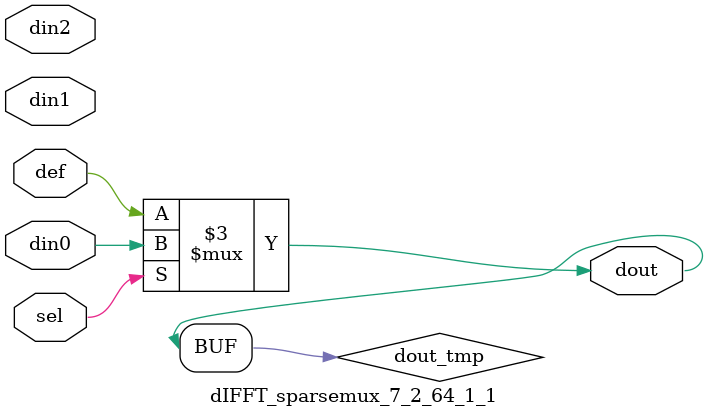
<source format=v>
`timescale 1ns / 1ps

module dIFFT_sparsemux_7_2_64_1_1 (din0,din1,din2,def,sel,dout);

parameter din0_WIDTH = 1;

parameter din1_WIDTH = 1;

parameter din2_WIDTH = 1;

parameter def_WIDTH = 1;
parameter sel_WIDTH = 1;
parameter dout_WIDTH = 1;

parameter [sel_WIDTH-1:0] CASE0 = 1;

parameter [sel_WIDTH-1:0] CASE1 = 1;

parameter [sel_WIDTH-1:0] CASE2 = 1;

parameter ID = 1;
parameter NUM_STAGE = 1;



input [din0_WIDTH-1:0] din0;

input [din1_WIDTH-1:0] din1;

input [din2_WIDTH-1:0] din2;

input [def_WIDTH-1:0] def;
input [sel_WIDTH-1:0] sel;

output [dout_WIDTH-1:0] dout;



reg [dout_WIDTH-1:0] dout_tmp;


always @ (*) begin
(* parallel_case *) case (sel)
    
    CASE0 : dout_tmp = din0;
    
    CASE1 : dout_tmp = din1;
    
    CASE2 : dout_tmp = din2;
    
    default : dout_tmp = def;
endcase
end


assign dout = dout_tmp;



endmodule

</source>
